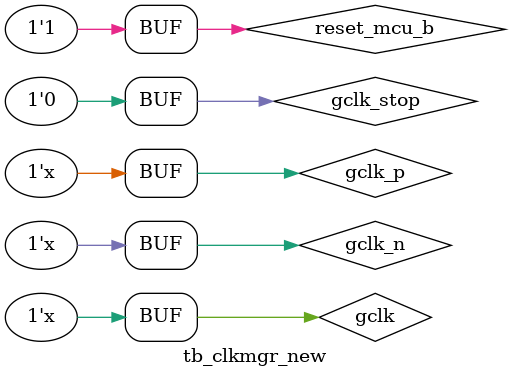
<source format=v>
`timescale 1ns / 1ps

module tb_clkmgr_new;


		//
		// Inputs
		//
	reg	gclk = 1'b0;
	reg	gclk_stop;
	wire	gclk_p =  (gclk & ~gclk_stop);
	wire	gclk_n = ~(gclk & ~gclk_stop);
	reg	reset_mcu_b;
	


		//
		// Outputs
		//
	wire sys_clk;
	wire sys_rst;


		//
		// UUT
		//
	novena_clkmgr_new #
	(
		.CLK_OUT_MUL	(4),	// 200 MHz
		.CLK_OUT_DIV	(1)	//
	)
	uut
	(
		.gclk_p			(gclk_p),
		.gclk_n			(gclk_n),
		
		.reset_mcu_b	(reset_mcu_b),
		
		.sys_clk			(sys_clk),
		.sys_rst			(sys_rst)
	);
	
	
		//
		// Clock (50 MHz)
		//
	always #10 gclk = ~gclk;


		//
		// Script
		//
	initial begin
		//
		reset_mcu_b = 0;	// reset active
		gclk_stop = 0;		// gclk running
		//
		#500;
		//
		reset_mcu_b = 1;	// clear reset
		//
		#1000;
		//
		gclk_stop = 1;		// try to stop gclk
		#1000;
		gclk_stop = 0;		// enable gclk again
		//
		#1000;
		//
		reset_mcu_b = 0;	// try to activate reset
		#1000;
		reset_mcu_b = 1;	// clear reset again
		//
	end
      
endmodule


</source>
